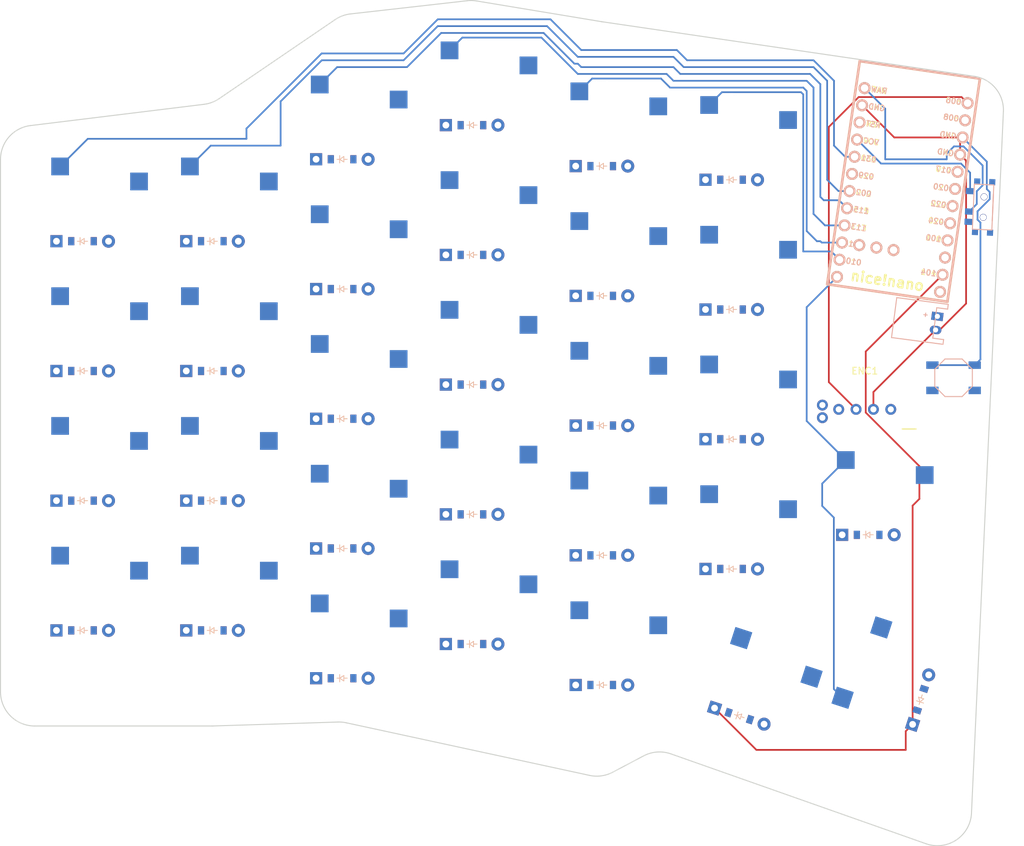
<source format=kicad_pcb>
(kicad_pcb (version 20240108) (generator "pcbnew") (generator_version "8.0")
  (title_block (title "left") (rev "v1.0.0") (company "Unknown"))
  (layers (0 "F.Cu" signal) (31 "B.Cu" signal) (34 "B.Paste" user) (35 "F.Paste" user) (36 "B.SilkS" user "B.Silkscreen") (37 "F.SilkS" user "F.Silkscreen") (38 "B.Mask" user) (39 "F.Mask" user) (44 "Edge.Cuts" user))
  (net 0 "")
  (net 1 "P031")
  (net 2 "outer_bottom")
  (net 3 "outer_home")
  (net 4 "outer_top")
  (net 5 "outer_num")
  (net 6 "P002")
  (net 7 "pinky_bottom")
  (net 8 "pinky_home")
  (net 9 "pinky_top")
  (net 10 "pinky_num")
  (net 11 "P115")
  (net 12 "ring_mod")
  (net 13 "ring_bottom")
  (net 14 "ring_home")
  (net 15 "ring_top")
  (net 16 "ring_num")
  (net 17 "P113")
  (net 18 "middle_mod")
  (net 19 "middle_bottom")
  (net 20 "middle_home")
  (net 21 "middle_top")
  (net 22 "middle_num")
  (net 23 "P111")
  (net 24 "index_mod")
  (net 25 "index_bottom")
  (net 26 "index_home")
  (net 27 "index_top")
  (net 28 "index_num")
  (net 29 "P010")
  (net 30 "inner_bottom")
  (net 31 "inner_home")
  (net 32 "inner_top")
  (net 33 "inner_num")
  (net 34 "P009")
  (net 35 "inner_mod_home")
  (net 36 "home_cluster")
  (net 37 "far_cluster")
  (net 38 "P011")
  (net 39 "P100")
  (net 40 "P024")
  (net 41 "P022")
  (net 42 "P104")
  (net 43 "RAW")
  (net 44 "GND")
  (net 45 "RST")
  (net 46 "VCC")
  (net 47 "P029")
  (net 48 "P006")
  (net 49 "P008")
  (net 50 "P017")
  (net 51 "P020")
  (net 52 "P106")
  (net 53 "P101")
  (net 54 "P102")
  (net 55 "P107")
  (net 56 "pos")
  (net 57 "S2")
  (net 58 "P005")
  (net 59 "D")
  (footprint "E73:SPDT_C128955" (layer "F.Cu") (at 131.9 -76 -92.5)
    (property "Reference" "T1" (hide yes))
    (property "Value" "" (hide yes))
  )
  (footprint "E73:SW_TACT_ALPS_SKQGABE010" (layer "F.Cu") (at 127.5 -51)
    (property "Reference" "B1" (hide yes))
    (property "Value" "" (hide yes))
  )
  (footprint "ComboDiode" (layer "F.Cu") (at 95 -42)
    (property "Reference" "D25" (hide yes))
    (property "Value" "" (hide yes))
  )
  (footprint "ComboDiode" (layer "F.Cu") (at 19 -14)
    (property "Reference" "D5" (hide yes))
    (property "Value" "" (hide yes))
  )
  (footprint "PG1350" (layer "F.Cu") (at 95 -85)
    (property "Reference" "S27" (hide yes))
    (property "Value" "" (hide yes))
  )
  (footprint "PG1350" (layer "F.Cu") (at 19 -76)
    (property "Reference" "S8" (hide yes))
    (property "Value" "" (hide yes))
  )
  (footprint "PG1350" (layer "F.Cu") (at 0 -19)
    (property "Reference" "S1" (hide yes))
    (property "Value" "" (hide yes))
  )
  (footprint "ComboDiode" (layer "F.Cu") (at 76 -6)
    (property "Reference" "D19" (hide yes))
    (property "Value" "" (hide yes))
  )
  (footprint "PG1350" (layer "F.Cu") (at 19 -57)
    (property "Reference" "S7" (hide yes))
    (property "Value" "" (hide yes))
  )
  (footprint "nice_nano" (layer "F.Cu") (at 120 -78.5 -98.3)
    (property "Reference" "MCU1" (hide yes))
    (property "Value" "nice_nano" (hide yes))
  )
  (footprint "PG1350" (layer "F.Cu") (at 57 -74)
    (property "Reference" "S17" (hide yes))
    (property "Value" "" (hide yes))
  )
  (footprint "PG1350" (layer "F.Cu") (at 38 -31)
    (property "Reference" "S10" (hide yes))
    (property "Value" "" (hide yes))
  )
  (footprint "PG1350" (layer "F.Cu") (at 57 -55)
    (property "Reference" "S16" (hide yes))
    (property "Value" "" (hide yes))
  )
  (footprint "PG1350" (layer "F.Cu") (at 0 -76)
    (property "Reference" "S4" (hide yes))
    (property "Value" "" (hide yes))
  )
  (footprint "PG1350" (layer "F.Cu") (at 57 -17)
    (property "Reference" "S14" (hide yes))
    (property "Value" "" (hide yes))
  )
  (footprint "ComboDiode" (layer "F.Cu") (at 122.684629 -3.861961 72)
    (property "Reference" "D30" (hide yes))
    (property "Value" "" (hide yes))
  )
  (footprint "ComboDiode" (layer "F.Cu") (at 38 -64)
    (property "Reference" "D12" (hide yes))
    (property "Value" "" (hide yes))
  )
  (footprint "PG1350" (layer "F.Cu") (at 38 -88)
    (property "Reference" "S13" (hide yes))
    (property "Value" "" (hide yes))
  )
  (footprint "PG1350" (layer "F.Cu") (at 115 -33)
    (property "Reference" "S28" (hide yes))
    (property "Value" "" (hide yes))
  )
  (footprint "PG1350" (layer "F.Cu") (at 38 -12)
    (property "Reference" "S9" (hide yes))
    (property "Value" "" (hide yes))
  )
  (footprint "ComboDiode" (layer "F.Cu") (at 76 -25)
    (property "Reference" "D20" (hide yes))
    (property "Value" "" (hide yes))
  )
  (footprint "ComboDiode" (layer "F.Cu") (at 115 -28)
    (property "Reference" "D28" (hide yes))
    (property "Value" "" (hide yes))
  )
  (footprint "ComboDiode" (layer "F.Cu") (at 19 -71)
    (property "Reference" "D8" (hide yes))
    (property "Value" "" (hide yes))
  )
  (footprint "ComboDiode" (layer "F.Cu") (at 57 -69)
    (property "Reference" "D17" (hide yes))
    (property "Value" "" (hide yes))
  )
  (footprint "ComboDiode" (layer "F.Cu") (at 57 -12)
    (property "Reference" "D14" (hide yes))
    (property "Value" "" (hide yes))
  )
  (footprint "ComboDiode" (layer "F.Cu") (at 0 -14)
    (property "Reference" "D1" (hide yes))
    (property "Value" "" (hide yes))
  )
  (footprint "ComboDiode" (layer "F.Cu") (at 57 -88)
    (property "Reference" "D18" (hide yes))
    (property "Value" "" (hide yes))
  )
  (footprint "ComboDiode" (layer "F.Cu") (at 0 -71)
    (property "Reference" "D4" (hide yes))
    (property "Value" "" (hide yes))
  )
  (footprint "ComboDiode" (layer "F.Cu") (at 76 -44)
    (property "Reference" "D21" (hide yes))
    (property "Value" "" (hide yes))
  )
  (footprint "ComboDiode" (layer "F.Cu") (at 38 -83)
    (property "Reference" "D13" (hide yes))
    (property "Value" "" (hide yes))
  )
  (footprint "PG1350" (layer "F.Cu") (at 38 -50)
    (property "Reference" "S11" (hide yes))
    (property "Value" "" (hide yes))
  )
  (footprint "ComboDiode" (layer "F.Cu") (at 95 -23)
    (property "Reference" "D24" (hide yes))
    (property "Value" "" (hide yes))
  )
  (footprint "ComboDiode" (layer "F.Cu") (at 95 -80)
    (property "Reference" "D27" (hide yes))
    (property "Value" "" (hide yes))
  )
  (footprint "PG1350" (layer "F.Cu") (at 0 -38)
    (property "Reference" "S2" (hide yes))
    (property "Value" "" (hide yes))
  )
  (footprint "PG1350" (layer "F.Cu") (at 19 -19)
    (property "Reference" "S5" (hide yes))
    (property "Value" "" (hide yes))
  )
  (footprint "PG1350" (layer "F.Cu") (at 38 -69)
    (property "Reference" "S12" (hide yes))
    (property "Value" "" (hide yes))
  )
  (footprint "ComboDiode" (layer "F.Cu") (at 95 -61)
    (property "Reference" "D26" (hide yes))
    (property "Value" "" (hide yes))
  )
  (footprint "ComboDiode" (layer "F.Cu") (at 76 -82)
    (property "Reference" "D23" (hide yes))
    (property "Value" "" (hide yes))
  )
  (footprint "ComboDiode" (layer "F.Cu") (at 57 -50)
    (property "Reference" "D16" (hide yes))
    (property "Value" "" (hide yes))
  )
  (footprint "ComboDiode" (layer "F.Cu") (at 38 -7)
    (property "Reference" "D9" (hide yes))
    (property "Value" "" (hide yes))
  )
  (footprint "ComboDiode" (layer "F.Cu") (at 19 -52)
    (property "Reference" "D7" (hide yes))
    (property "Value" "" (hide yes))
  )
  (footprint "PG1350" (layer "F.Cu") (at 76 -68)
    (property "Reference" "S22" (hide yes))
    (property "Value" "" (hide yes))
  )
  (footprint "PG1350" (layer "F.Cu") (at 76 -87)
    (property "Reference" "S23" (hide yes))
    (property "Value" "" (hide yes))
  )
  (footprint "PG1350" (layer "F.Cu") (at 117.929346 -5.407047 72)
    (property "Reference" "S30" (hide yes))
    (property "Value" "" (hide yes))
  )
  (footprint "JST_PH_S2B-PH-K_02x2.00mm_Angled" (layer "F.Cu") (at 125 -59 -97.5)
    (property "Reference" "JST1" (hide yes))
    (property "Value" "" (hide yes))
  )
  (footprint "ComboDiode" (layer "F.Cu") (at 38 -45)
    (property "Reference" "D11" (hide yes))
    (property "Value" "" (hide yes))
  )
  (footprint "ComboDiode" (layer "F.Cu") (at 38 -26)
    (property "Reference" "D10" (hide yes))
    (property "Value" "" (hide yes))
  )
  (footprint "Panasonic_EVQWGD001" (layer "F.Cu") (at 114.5 -52 90)
    (property "Reference" "ENC1")
    (property "Value" "RollerEncoder_Panasonic_EVQWGD001")
  )
  (footprint "PG1350" (layer "F.Cu") (at 95 -28)
    (property "Reference" "S24" (hide yes))
    (property "Value" "" (hide yes))
  )
  (footprint "PG1350" (layer "F.Cu") (at 0 -57)
    (property "Reference" "S3" (hide yes))
    (property "Value" "" (hide yes))
  )
  (footprint "PG1350" (layer "F.Cu") (at 95 -66)
    (property "Reference" "S26" (hide yes))
    (property "Value" "" (hide yes))
  )
  (footprint "PG1350" (layer "F.Cu") (at 95 -47)
    (property "Reference" "S25" (hide yes))
    (property "Value" "" (hide yes))
  )
  (footprint "ComboDiode" (layer "F.Cu") (at 57 -31)
    (property "Reference" "D15" (hide yes))
    (property "Value" "" (hide yes))
  )
  (footprint "ComboDiode" (layer "F.Cu") (at 76 -63)
    (property "Reference" "D22" (hide yes))
    (property "Value" "" (hide yes))
  )
  (footprint "PG1350" (layer "F.Cu") (at 19 -38)
    (property "Reference" "S6" (hide yes))
    (property "Value" "" (hide yes))
  )
  (footprint "PG1350" (layer "F.Cu") (at 76 -11)
    (property "Reference" "S19" (hide yes))
    (property "Value" "" (hide yes))
  )
  (footprint "PG1350" (layer "F.Cu") (at 76 -30)
    (property "Reference" "S20" (hide yes))
    (property "Value" "" (hide yes))
  )
  (footprint "ComboDiode" (layer "F.Cu") (at 0 -33)
    (property "Reference" "D2" (hide yes))
    (property "Value" "" (hide yes))
  )
  (footprint "ComboDiode" (layer "F.Cu") (at 96.139066 -1.446784 -18)
    (property "Reference" "D29" (hide yes))
    (property "Value" "" (hide yes))
  )
  (footprint "PG1350" (layer "F.Cu") (at 57 -93)
    (property "Reference" "S18" (hide yes))
    (property "Value" "" (hide yes))
  )
  (footprint "ComboDiode" (layer "F.Cu") (at 19 -33)
    (property "Reference" "D6" (hide yes))
    (property "Value" "" (hide yes))
  )
  (footprint "PG1350" (layer "F.Cu") (at 76 -49)
    (property "Reference" "S21" (hide yes))
    (property "Value" "" (hide yes))
  )
  (footprint "ComboDiode" (layer "F.Cu") (at 0 -52)
    (property "Reference" "D3" (hide yes))
    (property "Value" "" (hide yes))
  )
  (footprint "PG1350" (layer "F.Cu") (at 97.684151 -6.202067 -18)
    (property "Reference" "S29" (hide yes))
    (property "Value" "" (hide yes))
  )
  (footprint "PG1350" (layer "F.Cu") (at 57 -36)
    (property "Reference" "S15" (hide yes))
    (property "Value" "" (hide yes))
  )
  (gr_arc (start 19.078888 -0.002491) (mid 18.99999 -0.000623) (end 18.921072 0) (stroke (width 0.15)) (layer "Edge.Cuts"))
  (gr_arc (start 77.611941 6.767781) (mid 75.956123 7.300913) (end 74.217862 7.234495) (stroke (width 0.15)) (layer "Edge.Cuts"))
  (gr_line (start 18.921072 0) (end -7 0) (stroke (width 0.15)) (layer "Edge.Cuts"))
  (gr_line (start 57.68751 -106.186018) (end 75.953825 -103.157655) (stroke (width 0.15)) (layer "Edge.Cuts"))
  (gr_arc (start 130.525096 -95.156066) (mid 133.656343 -93.391256) (end 134.794642 -89.981924) (stroke (width 0.15)) (layer "Edge.Cuts"))
  (gr_arc (start -7 0) (mid -10.535534 -1.464466) (end -12 -5) (stroke (width 0.15)) (layer "Edge.Cuts"))
  (gr_line (start 76.046312 -103.14321) (end 130.525097 -95.156066) (stroke (width 0.15)) (layer "Edge.Cuts"))
  (gr_line (start 82.128713 4.379804) (end 77.611941 6.767781) (stroke (width 0.15)) (layer "Edge.Cuts"))
  (gr_arc (start 56.307524 -106.221641) (mid 56.998752 -106.251684) (end 57.68751 -106.186018) (stroke (width 0.15)) (layer "Edge.Cuts"))
  (gr_line (start 134.794642 -89.981924) (end 130.124857 12.758018) (stroke (width 0.15)) (layer "Edge.Cuts"))
  (gr_line (start -12 -5) (end -12 -82.975478) (stroke (width 0.15)) (layer "Edge.Cuts"))
  (gr_line (start 37.385734 -0.580602) (end 19.078888 -0.002491) (stroke (width 0.15)) (layer "Edge.Cuts"))
  (gr_line (start 20.002937 -91.883581) (end 36.97671 -103.452547) (stroke (width 0.15)) (layer "Edge.Cuts"))
  (gr_arc (start 37.385734 -0.580603) (mid 37.996591 -0.562527) (end 38.600679 -0.470064) (stroke (width 0.15)) (layer "Edge.Cuts"))
  (gr_arc (start 36.97671 -103.452547) (mid 38.052578 -104.00837) (end 39.230518 -104.289243) (stroke (width 0.15)) (layer "Edge.Cuts"))
  (gr_line (start -7.60835 -87.938331) (end 17.795277 -91.052324) (stroke (width 0.15)) (layer "Edge.Cuts"))
  (gr_arc (start 130.124858 12.758018) (mid 127.925263 16.676661) (end 123.467781 17.246601) (stroke (width 0.15)) (layer "Edge.Cuts"))
  (gr_line (start 74.217862 7.234495) (end 38.600679 -0.470064) (stroke (width 0.15)) (layer "Edge.Cuts"))
  (gr_line (start 123.467781 17.246601) (end 86.127896 4.084449) (stroke (width 0.15)) (layer "Edge.Cuts"))
  (gr_arc (start 82.128713 4.379803) (mid 84.097398 3.81364) (end 86.127896 4.084449) (stroke (width 0.15)) (layer "Edge.Cuts"))
  (gr_arc (start 76.046312 -103.14321) (mid 76.000035 -103.150216) (end 75.953825 -103.157655) (stroke (width 0.15)) (layer "Edge.Cuts"))
  (gr_arc (start -12 -82.975478) (mid -10.744446 -86.288954) (end -7.60835 -87.938331) (stroke (width 0.15)) (layer "Edge.Cuts"))
  (gr_line (start 39.230518 -104.289243) (end 56.307524 -106.221641) (stroke (width 0.15)) (layer "Edge.Cuts"))
  (gr_arc (start 20.002937 -91.88358) (mid 18.948831 -91.335893) (end 17.795277 -91.052324) (stroke (width 0.15)) (layer "Edge.Cuts"))
  (segment (start 73 -99) (end 87 -99) (width 0.25) (layer "B.Cu") (net 1))
  (segment (start 0.775 -86) (end 24 -86) (width 0.25) (layer "B.Cu") (net 1))
  (segment (start 24 -86) (end 24 -87.5) (width 0.25) (layer "B.Cu") (net 1))
  (segment (start 111.629912 -83.370088) (end 113.009811 -83.370088) (width 0.25) (layer "B.Cu") (net 1))
  (segment (start 110 -85) (end 111.629912 -83.370088) (width 0.25) (layer "B.Cu") (net 1))
  (segment (start 35 -98.5) (end 47 -98.5) (width 0.25) (layer "B.Cu") (net 1))
  (segment (start 52 -103.5) (end 68.5 -103.5) (width 0.25) (layer "B.Cu") (net 1))
  (segment (start 24 -87.5) (end 35 -98.5) (width 0.25) (layer "B.Cu") (net 1))
  (segment (start 107 -97.5) (end 110 -94.5) (width 0.25) (layer "B.Cu") (net 1))
  (segment (start -3.275 -81.95) (end 0.775 -86) (width 0.25) (layer "B.Cu") (net 1))
  (segment (start 68.5 -103.5) (end 73 -99) (width 0.25) (layer "B.Cu") (net 1))
  (segment (start 110 -94.5) (end 110 -85) (width 0.25) (layer "B.Cu") (net 1))
  (segment (start 88.5 -97.5) (end 107 -97.5) (width 0.25) (layer "B.Cu") (net 1))
  (segment (start 87 -99) (end 88.5 -97.5) (width 0.25) (layer "B.Cu") (net 1))
  (segment (start 47 -98.5) (end 52 -103.5) (width 0.25) (layer "B.Cu") (net 1))
  (segment (start 88 -96.5) (end 107 -96.5) (width 0.25) (layer "B.Cu") (net 6))
  (segment (start 110.656704 -78.343296) (end 112.276481 -78.343296) (width 0.25) (layer "B.Cu") (net 6))
  (segment (start 52 -102.5) (end 68 -102.5) (width 0.25) (layer "B.Cu") (net 6))
  (segment (start 29 -91.475) (end 35.025 -97.5) (width 0.25) (layer "B.Cu") (net 6))
  (segment (start 15.725 -81.95) (end 18.775 -85) (width 0.25) (layer "B.Cu") (net 6))
  (segment (start 68 -102.5) (end 72.5 -98) (width 0.25) (layer "B.Cu") (net 6))
  (segment (start 35.025 -97.5) (end 47 -97.5) (width 0.25) (layer "B.Cu") (net 6))
  (segment (start 29 -85) (end 29 -91.475) (width 0.25) (layer "B.Cu") (net 6))
  (segment (start 109 -80) (end 110.656704 -78.343296) (width 0.25) (layer "B.Cu") (net 6))
  (segment (start 86.5 -98) (end 88 -96.5) (width 0.25) (layer "B.Cu") (net 6))
  (segment (start 109 -94.5) (end 109 -80) (width 0.25) (layer "B.Cu") (net 6))
  (segment (start 18.775 -85) (end 29 -85) (width 0.25) (layer "B.Cu") (net 6))
  (segment (start 47 -97.5) (end 52 -102.5) (width 0.25) (layer "B.Cu") (net 6))
  (segment (start 107 -96.5) (end 109 -94.5) (width 0.25) (layer "B.Cu") (net 6))
  (segment (start 72.5 -98) (end 86.5 -98) (width 0.25) (layer "B.Cu") (net 6))
  (segment (start 34.725 -93.95) (end 37.275 -96.5) (width 0.25) (layer "B.Cu") (net 11))
  (segment (start 106.5 -95.5) (end 108 -94) (width 0.25) (layer "B.Cu") (net 11))
  (segment (start 47.5 -96.5) (end 52.5 -101.5) (width 0.25) (layer "B.Cu") (net 11))
  (segment (start 52.5 -101.5) (end 67.5 -101.5) (width 0.25) (layer "B.Cu") (net 11))
  (segment (start 37.275 -96.5) (end 47.5 -96.5) (width 0.25) (layer "B.Cu") (net 11))
  (segment (start 110.739717 -77) (end 111.909816 -75.829901) (width 0.25) (layer "B.Cu") (net 11))
  (segment (start 108 -94) (end 108 -77.5) (width 0.25) (layer "B.Cu") (net 11))
  (segment (start 72 -97) (end 72.5 -97) (width 0.25) (layer "B.Cu") (net 11))
  (segment (start 108 -77.5) (end 108.5 -77) (width 0.25) (layer "B.Cu") (net 11))
  (segment (start 73 -96.5) (end 86.5 -96.5) (width 0.25) (layer "B.Cu") (net 11))
  (segment (start 87.5 -95.5) (end 106.5 -95.5) (width 0.25) (layer "B.Cu") (net 11))
  (segment (start 72.5 -97) (end 73 -96.5) (width 0.25) (layer "B.Cu") (net 11))
  (segment (start 67.5 -101.5) (end 72 -97) (width 0.25) (layer "B.Cu") (net 11))
  (segment (start 108.5 -77) (end 110.739717 -77) (width 0.25) (layer "B.Cu") (net 11))
  (segment (start 86.5 -96.5) (end 87.5 -95.5) (width 0.25) (layer "B.Cu") (net 11))
  (segment (start 106 -94.5) (end 107 -93.5) (width 0.25) (layer "B.Cu") (net 17))
  (segment (start 53.725 -98.95) (end 55.6 -100.825) (width 0.25) (layer "B.Cu") (net 17))
  (segment (start 86.5 -94.5) (end 106 -94.5) (width 0.25) (layer "B.Cu") (net 17))
  (segment (start 107 -75) (end 108.683495 -73.316505) (width 0.25) (layer "B.Cu") (net 17))
  (segment (start 55.6 -100.825) (end 67.175 -100.825) (width 0.25) (layer "B.Cu") (net 17))
  (segment (start 72.5 -95.5) (end 85.5 -95.5) (width 0.25) (layer "B.Cu") (net 17))
  (segment (start 67.175 -100.825) (end 72.5 -95.5) (width 0.25) (layer "B.Cu") (net 17))
  (segment (start 107 -93.5) (end 107 -75) (width 0.25) (layer "B.Cu") (net 17))
  (segment (start 85.5 -95.5) (end 86.5 -94.5) (width 0.25) (layer "B.Cu") (net 17))
  (segment (start 108.683495 -73.316505) (end 111.543152 -73.316505) (width 0.25) (layer "B.Cu") (net 17))
  (segment (start 108 -71) (end 108.19689 -70.80311) (width 0.25) (layer "B.Cu") (net 23))
  (segment (start 86 -93.5) (end 105.5 -93.5) (width 0.25) (layer "B.Cu") (net 23))
  (segment (start 72.725 -92.95) (end 74.6 -94.825) (width 0.25) (layer "B.Cu") (net 23))
  (segment (start 108.19689 -70.80311) (end 111.176487 -70.80311) (width 0.25) (layer "B.Cu") (net 23))
  (segment (start 106 -72.5) (end 107.5 -71) (width 0.25) (layer "B.Cu") (net 23))
  (segment (start 74.6 -94.825) (end 84.675 -94.825) (width 0.25) (layer "B.Cu") (net 23))
  (segment (start 106 -93) (end 106 -72.5) (width 0.25) (layer "B.Cu") (net 23))
  (segment (start 107.5 -71) (end 108 -71) (width 0.25) (layer "B.Cu") (net 23))
  (segment (start 84.675 -94.825) (end 86 -93.5) (width 0.25) (layer "B.Cu") (net 23))
  (segment (start 105.5 -93.5) (end 106 -93) (width 0.25) (layer "B.Cu") (net 23))
  (segment (start 91.725 -90.95) (end 93.6 -92.825) (width 0.25) (layer "B.Cu") (net 29))
  (segment (start 105.175 -92.825) (end 105.5 -92.5) (width 0.25) (layer "B.Cu") (net 29))
  (segment (start 109.599536 -69.5) (end 110.809822 -68.289714) (width 0.25) (layer "B.Cu") (net 29))
  (segment (start 105.5 -92.5) (end 105.5 -69.5) (width 0.25) (layer "B.Cu") (net 29))
  (segment (start 93.6 -92.825) (end 105.175 -92.825) (width 0.25) (layer "B.Cu") (net 29))
  (segment (start 105.5 -69.5) (end 109.599536 -69.5) (width 0.25) (layer "B.Cu") (net 29))
  (segment (start 108.2741 -35.4991) (end 111.725 -38.95) (width 0.25) (layer "B.Cu") (net 34))
  (segment (start 106 -44.675) (end 106 -61.333162) (width 0.25) (layer "B.Cu") (net 34))
  (segment (start 111.258529 -4.130988) (end 109.976 -5.413517) (width 0.25) (layer "B.Cu") (net 34))
  (segment (start 109.976 -5.413517) (end 109.976 -30.524) (width 0.25) (layer "B.Cu") (net 34))
  (segment (start 108.2741 -32.2259) (end 108.2741 -35.4991) (width 0.25) (layer "B.Cu") (net 34))
  (segment (start 109.976 -30.524) (end 108.2741 -32.2259) (width 0.25) (layer "B.Cu") (net 34))
  (segment (start 106 -61.333162) (end 110.443157 -65.776319) (width 0.25) (layer "B.Cu") (net 34))
  (segment (start 111.725 -38.95) (end 106 -44.675) (width 0.25) (layer "B.Cu") (net 34))
  (segment (start 121.507274 -0.238436) (end 121.507274 -32.27359) (width 0.25) (layer "F.Cu") (net 42))
  (segment (start 92.515541 -2.624139) (end 98.63968 3.5) (width 0.25) (layer "F.Cu") (net 42))
  (segment (start 114.645 -45.909009) (end 114.645 -54.844531) (width 0.25) (layer "F.Cu") (net 42))
  (segment (start 122.5 -38.054009) (end 114.645 -45.909009) (width 0.25) (layer "F.Cu") (net 42))
  (segment (start 122.5 -33.266316) (end 122.5 -38.054009) (width 0.25) (layer "F.Cu") (net 42))
  (segment (start 120.5 0.768838) (end 121.507274 -0.238436) (width 0.25) (layer "F.Cu") (net 42))
  (segment (start 114.645 -54.844531) (end 125.890195 -66.089726) (width 0.25) (layer "F.Cu") (net 42))
  (segment (start 120.5 3.5) (end 120.5 0.768838) (width 0.25) (layer "F.Cu") (net 42))
  (segment (start 98.63968 3.5) (end 120.5 3.5) (width 0.25) (layer "F.Cu") (net 42))
  (segment (start 121.507274 -32.27359) (end 122.5 -33.266316) (width 0.25) (layer "F.Cu") (net 42))
  (segment (start 117.5 -90.40014) (end 114.47647 -93.42367) (width 0.25) (layer "B.Cu") (net 43))
  (segment (start 126.5 -83) (end 117.5 -83) (width 0.25) (layer "B.Cu") (net 43))
  (segment (start 128.954443 -84.884795) (end 127.563396 -84.884795) (width 0.25) (layer "B.Cu") (net 43))
  (segment (start 130.894153 -78.317412) (end 131.756639 -79.179898) (width 0.25) (layer "B.Cu") (net 43))
  (segment (start 131.756639 -82.082599) (end 128.954443 -84.884795) (width 0.25) (layer "B.Cu") (net 43))
  (segment (start 126.5 -83.821399) (end 126.5 -83) (width 0.25) (layer "B.Cu") (net 43))
  (segment (start 130.894153 -76.441117) (end 130.894153 -78.317412) (width 0.25) (layer "B.Cu") (net 43))
  (segment (start 117.5 -83) (end 117.5 -90.40014) (width 0.25) (layer "B.Cu") (net 43))
  (segment (start 129.79426 -75.341224) (end 130.894153 -76.441117) (width 0.25) (layer "B.Cu") (net 43))
  (segment (start 131.756639 -79.179898) (end 131.756639 -82.082599) (width 0.25) (layer "B.Cu") (net 43))
  (segment (start 127.563396 -84.884795) (end 126.5 -83.821399) (width 0.25) (layer "B.Cu") (net 43))
  (segment (start 115.77 -46.375) (end 115.77 -48.909081) (width 0.25) (layer "F.Cu") (net 44))
  (segment (start 124.869474 -58.008555) (end 125.471613 -58.008555) (width 0.25) (layer "F.Cu") (net 44))
  (segment (start 129.333148 -82.807195) (end 128.456848 -83.683495) (width 0.25) (layer "F.Cu") (net 44))
  (segment (start 129.333148 -61.87009) (end 129.333148 -82.807195) (width 0.25) (layer "F.Cu") (net 44))
  (segment (start 128.823513 -86.176487) (end 128.456848 -85.809822) (width 0.25) (layer "F.Cu") (net 44))
  (segment (start 125.471613 -58.008555) (end 129.333148 -61.87009) (width 0.25) (layer "F.Cu") (net 44))
  (segment (start 115.77 -48.909081) (end 124.869474 -58.008555) (width 0.25) (layer "F.Cu") (net 44))
  (segment (start 128.823513 -86.19689) (end 128.823513 -86.176487) (width 0.25) (layer "F.Cu") (net 44))
  (segment (start 118.823189 -86.19689) (end 128.823513 -86.19689) (width 0.25) (layer "F.Cu") (net 44))
  (segment (start 128.456848 -85.809822) (end 128.456848 -83.683495) (width 0.25) (layer "F.Cu") (net 44))
  (segment (start 114.109805 -90.910274) (end 118.823189 -86.19689) (width 0.25) (layer "F.Cu") (net 44))
  (segment (start 132.366145 -82.654258) (end 128.823513 -86.19689) (width 0.25) (layer "B.Cu") (net 44))
  (segment (start 131.433855 -53.683855) (end 131.433855 -73.735417) (width 0.25) (layer "B.Cu") (net 44))
  (segment (start 131.009571 -74.159701) (end 131.009571 -75.375987) (width 0.25) (layer "B.Cu") (net 44))
  (segment (start 131.433855 -73.735417) (end 131.009571 -74.159701) (width 0.25) (layer "B.Cu") (net 44))
  (segment (start 130.6 -52.85) (end 131.433855 -53.683855) (width 0.25) (layer "B.Cu") (net 44))
  (segment (start 131.009571 -75.375987) (end 132.790429 -77.156845) (width 0.25) (layer "B.Cu") (net 44))
  (segment (start 132.790429 -77.156845) (end 132.790429 -78.209572) (width 0.25) (layer "B.Cu") (net 44))
  (segment (start 132.366145 -78.633856) (end 132.366145 -82.654258) (width 0.25) (layer "B.Cu") (net 44))
  (segment (start 132.790429 -78.209572) (end 132.366145 -78.633856) (width 0.25) (layer "B.Cu") (net 44))
  (segment (start 124.4 -52.85) (end 130.6 -52.85) (width 0.25) (layer "B.Cu") (net 44))
  (segment (start 128.587779 -82.371399) (end 116.888559 -82.371399) (width 0.25) (layer "B.Cu") (net 46))
  (segment (start 129.925119 -78.338369) (end 129.925119 -81.034059) (width 0.25) (layer "B.Cu") (net 46))
  (segment (start 116.888559 -82.371399) (end 113.376475 -85.883483) (width 0.25) (layer "B.Cu") (net 46))
  (segment (start 129.925119 -81.034059) (end 128.587779 -82.371399) (width 0.25) (layer "B.Cu") (net 46))
  (segment (start 113.61221 -92.111574) (end 128.66895 -92.111574) (width 0.25) (layer "F.Cu") (net 48))
  (segment (start 109.241857 -50.363143) (end 109.241857 -87.741221) (width 0.25) (layer "F.Cu") (net 48))
  (segment (start 128.66895 -92.111574) (end 129.556843 -91.223681) (width 0.25) (layer "F.Cu") (net 48))
  (segment (start 113.23 -46.375) (end 109.241857 -50.363143) (width 0.25) (layer "F.Cu") (net 48))
  (segment (start 109.241857 -87.741221) (end 113.61221 -92.111574) (width 0.25) (layer "F.Cu") (net 48))
)
</source>
